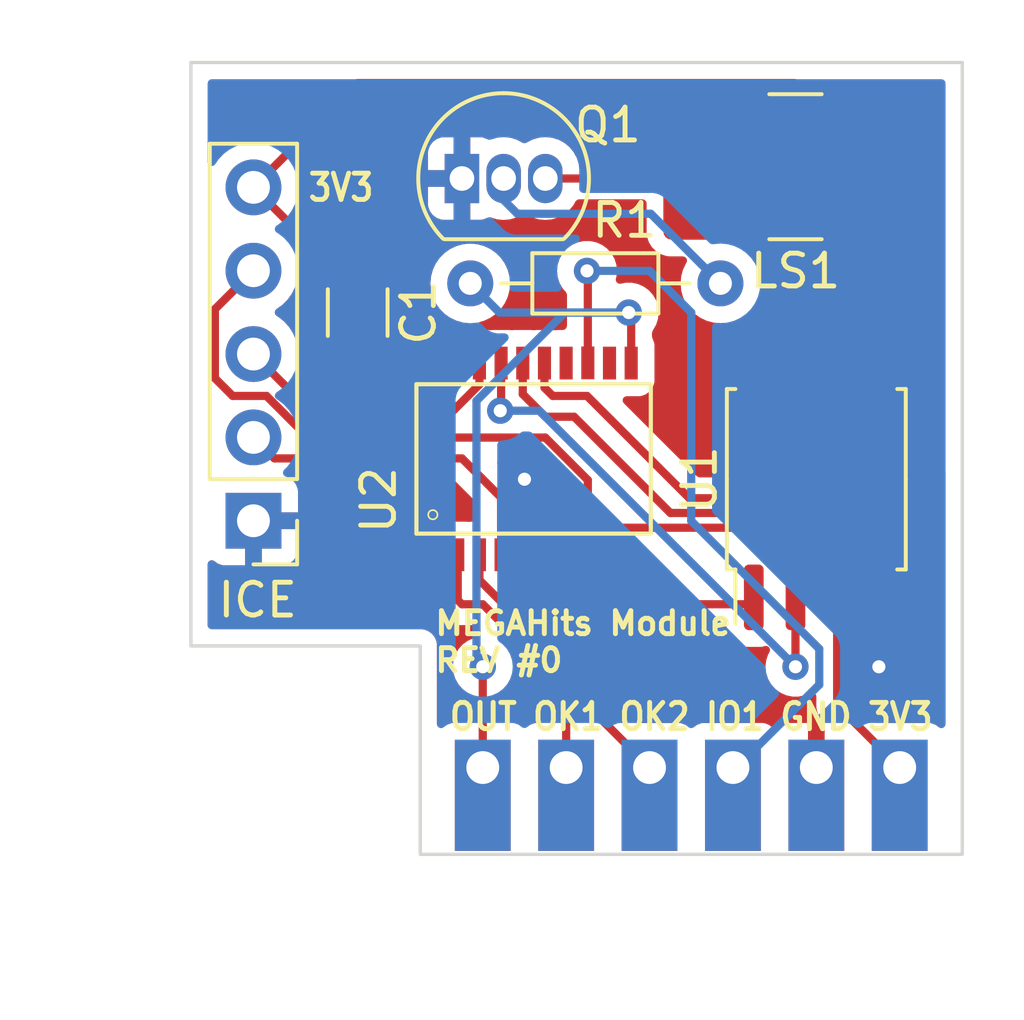
<source format=kicad_pcb>
(kicad_pcb (version 20211014) (generator pcbnew)
  (layers (0 "F.Cu" signal) (31 "B.Cu" signal) (34 "B.Paste" user) (35 "F.Paste" user) (36 "B.SilkS" user "B.Silkscreen") (37 "F.SilkS" user "F.Silkscreen") (38 "B.Mask" user) (39 "F.Mask" user) (44 "Edge.Cuts" user))
  (net 0 "")
  (net 1 "GND")
  (net 2 "nRST")
  (net 3 "ICE_CLK")
  (net 4 "ICE_DAT")
  (net 5 "+3V3")
  (net 6 "IO1")
  (net 7 "OKY1")
  (net 8 "OKY2")
  (net 9 "OUT")
  (net 10 "TOUT")
  (net 11 "SS")
  (net 12 "MISO")
  (net 13 "MOSI")
  (net 14 "SCK")
  (net 22 "Net-(Q1-Pad2)")
  (footprint "hitsmodule:TSSOP20" (layer "F.Cu") (at 148.59 88.265 90)
    (fp_text reference "U2" (at -1.27 -4.445 90) (layer "F.SilkS"))
    (fp_text value "MS51FB9AE")
    (fp_line (start -2.2922 3.8487) (end -2.2922 -3.2908) (layer "F.SilkS") (width 0.127))
    (fp_line (start 2.2602 3.8487) (end -2.2922 3.8487) (layer "F.SilkS") (width 0.127))
    (fp_line (start -2.2922 -3.2908) (end 2.2602 -3.2908) (layer "F.SilkS") (width 0.127))
    (fp_line (start 2.2602 -3.2908) (end 2.2602 3.8487) (layer "F.SilkS") (width 0.127))
    (fp_circle (center -1.716 -2.7908) (end -1.5746 -2.7908) (layer "F.SilkS") (width 0.05) (fill none))
    (pad "1" smd rect locked (at -2.937 -2.6928 90) (size 1 0.4) (layers "F.Cu" "F.Paste" "F.Mask"))
    (pad "2" smd rect locked (at -2.937 -2.0324 90) (size 1 0.4) (layers "F.Cu" "F.Paste" "F.Mask") (net 7 "OKY1"))
    (pad "3" smd rect locked (at -2.937 -1.372 90) (size 1 0.4) (layers "F.Cu" "F.Paste" "F.Mask") (net 8 "OKY2"))
    (pad "4" smd rect locked (at -2.937 -0.7116 90) (size 1 0.4) (layers "F.Cu" "F.Paste" "F.Mask") (net 2 "nRST"))
    (pad "5" smd rect locked (at -2.937 -0.0512 90) (size 1 0.4) (layers "F.Cu" "F.Paste" "F.Mask"))
    (pad "6" smd rect locked (at -2.937 0.6092 90) (size 1 0.4) (layers "F.Cu" "F.Paste" "F.Mask"))
    (pad "7" smd rect locked (at -2.937 1.2696 90) (size 1 0.4) (layers "F.Cu" "F.Paste" "F.Mask") (net 1 "GND"))
    (pad "8" smd rect locked (at -2.943 1.93 90) (size 1 0.4) (layers "F.Cu" "F.Paste" "F.Mask") (net 4 "ICE_DAT"))
    (pad "9" smd rect locked (at -2.937 2.5904 90) (size 1 0.4) (layers "F.Cu" "F.Paste" "F.Mask") (net 5 "+3V3"))
    (pad "10" smd rect locked (at -2.937 3.2508 90) (size 1 0.4) (layers "F.Cu" "F.Paste" "F.Mask") (net 11 "SS"))
    (pad "11" smd rect locked (at 2.905 3.2508 90) (size 1 0.4) (layers "F.Cu" "F.Paste" "F.Mask") (net 9 "OUT"))
    (pad "12" smd rect locked (at 2.905 2.5904 90) (size 1 0.4) (layers "F.Cu" "F.Paste" "F.Mask"))
    (pad "13" smd rect locked (at 2.911 1.93 90) (size 1 0.4) (layers "F.Cu" "F.Paste" "F.Mask") (net 6 "IO1"))
    (pad "14" smd rect locked (at 2.905 1.2696 90) (size 1 0.4) (layers "F.Cu" "F.Paste" "F.Mask"))
    (pad "15" smd rect locked (at 2.905 0.6092 90) (size 1 0.4) (layers "F.Cu" "F.Paste" "F.Mask") (net 14 "SCK"))
    (pad "16" smd rect locked (at 2.905 -0.0512 90) (size 1 0.4) (layers "F.Cu" "F.Paste" "F.Mask") (net 13 "MOSI"))
    (pad "17" smd rect locked (at 2.905 -0.7116 90) (size 1 0.4) (layers "F.Cu" "F.Paste" "F.Mask") (net 12 "MISO"))
    (pad "18" smd rect locked (at 2.905 -1.372 90) (size 1 0.4) (layers "F.Cu" "F.Paste" "F.Mask") (net 3 "ICE_CLK"))
    (pad "19" smd rect locked (at 2.905 -2.0324 90) (size 1 0.4) (layers "F.Cu" "F.Paste" "F.Mask"))
    (pad "20" smd rect locked (at 2.905 -2.6928 90) (size 1 0.4) (layers "F.Cu" "F.Paste" "F.Mask"))
  )
  (footprint "Library:PinHeader_1x06_P2.54mm_Vertical" (layer "F.Cu") (at 160.02 97.6865 -90)
    (fp_text reference "J2" hide)
    (fp_text value "Conn_01x06_Female")
    (pad "1" thru_hole rect (at 0 0 270) (size 3.39 1.7) (drill 1 (offset 0.845 0)) (layers *.Cu *.Mask) (net 5 "+3V3"))
    (pad "2" thru_hole rect (at 0 2.54 270) (size 3.39 1.7) (drill 1 (offset 0.845 0)) (layers *.Cu *.Mask) (net 1 "GND"))
    (pad "3" thru_hole rect (at 0 5.08 270) (size 3.39 1.7) (drill 1 (offset 0.845 0)) (layers *.Cu *.Mask) (net 6 "IO1"))
    (pad "4" thru_hole rect (at 0 7.62 270) (size 3.39 1.7) (drill 1 (offset 0.845 0)) (layers *.Cu *.Mask) (net 8 "OKY2"))
    (pad "5" thru_hole rect (at 0 10.16 270) (size 3.39 1.7) (drill 1 (offset 0.845 0)) (layers *.Cu *.Mask) (net 7 "OKY1"))
    (pad "6" thru_hole rect (at 0 12.7 270) (size 3.39 1.7) (drill 1 (offset 0.845 0)) (layers *.Cu *.Mask) (net 9 "OUT"))
  )
  (footprint "Resistor_THT:R_Axial_DIN0204_L3.6mm_D1.6mm_P7.62mm_Horizontal" (layer "F.Cu") (at 146.939 82.931)
    (fp_text reference "R1" (at 4.699 -1.92) (layer "F.SilkS"))
    (fp_text value "200")
    (fp_line (start 0.94 0) (end 1.89 0) (layer "F.SilkS") (width 0.12))
    (fp_line (start 1.89 0.92) (end 5.73 0.92) (layer "F.SilkS") (width 0.12))
    (fp_line (start 1.89 -0.92) (end 1.89 0.92) (layer "F.SilkS") (width 0.12))
    (fp_line (start 6.68 0) (end 5.73 0) (layer "F.SilkS") (width 0.12))
    (fp_line (start 5.73 -0.92) (end 1.89 -0.92) (layer "F.SilkS") (width 0.12))
    (fp_line (start 5.73 0.92) (end 5.73 -0.92) (layer "F.SilkS") (width 0.12))
    (pad "1" thru_hole circle (at 0 0) (size 1.4 1.4) (drill 0.7) (layers *.Cu *.Mask) (net 9 "OUT"))
    (pad "2" thru_hole oval (at 7.62 0) (size 1.4 1.4) (drill 0.7) (layers *.Cu *.Mask) (net 22 "Net-(Q1-Pad2)"))
  )
  (footprint "Package_SO:SOP-8_5.28x5.23mm_P1.27mm" (layer "F.Cu") (at 157.48 88.9 90)
    (fp_text reference "U1" (at 0 -3.56 90) (layer "F.SilkS"))
    (fp_text value "MX25R3235FM2xx0")
    (fp_line (start -2.75 -2.725) (end -2.75 -2.465) (layer "F.SilkS") (width 0.12))
    (fp_line (start -2.75 2.725) (end -2.75 2.465) (layer "F.SilkS") (width 0.12))
    (fp_line (start 2.75 2.725) (end 2.75 2.465) (layer "F.SilkS") (width 0.12))
    (fp_line (start 0 -2.725) (end 2.75 -2.725) (layer "F.SilkS") (width 0.12))
    (fp_line (start 0 -2.725) (end -2.75 -2.725) (layer "F.SilkS") (width 0.12))
    (fp_line (start 0 2.725) (end 2.75 2.725) (layer "F.SilkS") (width 0.12))
    (fp_line (start -2.75 -2.465) (end -4.4 -2.465) (layer "F.SilkS") (width 0.12))
    (fp_line (start 2.75 -2.725) (end 2.75 -2.465) (layer "F.SilkS") (width 0.12))
    (fp_line (start 0 2.725) (end -2.75 2.725) (layer "F.SilkS") (width 0.12))
    (pad "1" smd roundrect (at -3.6 -1.905 90) (size 2 0.6) (layers "F.Cu" "F.Paste" "F.Mask") (net 11 "SS"))
    (pad "2" smd roundrect (at -3.6 -0.635 90) (size 2 0.6) (layers "F.Cu" "F.Paste" "F.Mask") (net 12 "MISO"))
    (pad "3" smd roundrect (at -3.6 0.635 90) (size 2 0.6) (layers "F.Cu" "F.Paste" "F.Mask") (net 5 "+3V3"))
    (pad "4" smd roundrect (at -3.6 1.905 90) (size 2 0.6) (layers "F.Cu" "F.Paste" "F.Mask") (net 1 "GND"))
    (pad "5" smd roundrect (at 3.6 1.905 90) (size 2 0.6) (layers "F.Cu" "F.Paste" "F.Mask") (net 13 "MOSI"))
    (pad "6" smd roundrect (at 3.6 0.635 90) (size 2 0.6) (layers "F.Cu" "F.Paste" "F.Mask") (net 14 "SCK"))
    (pad "7" smd roundrect (at 3.6 -0.635 90) (size 2 0.6) (layers "F.Cu" "F.Paste" "F.Mask") (net 5 "+3V3"))
    (pad "8" smd roundrect (at 3.6 -1.905 90) (size 2 0.6) (layers "F.Cu" "F.Paste" "F.Mask") (net 5 "+3V3"))
  )
  (footprint "Capacitor_SMD:C_1206_3216Metric_Pad1.33x1.80mm_HandSolder" (layer "F.Cu") (at 143.51 83.82 -90)
    (fp_text reference "C1" (at 0 -1.85 90) (layer "F.SilkS"))
    (fp_text value "C")
    (fp_line (start -0.711252 0.91) (end 0.711252 0.91) (layer "F.SilkS") (width 0.12))
    (fp_line (start -0.711252 -0.91) (end 0.711252 -0.91) (layer "F.SilkS") (width 0.12))
    (pad "1" smd roundrect (at -1.5625 0 270) (size 1.325 1.8) (layers "F.Cu" "F.Paste" "F.Mask") (roundrect_rratio 0.1886792453) (net 5 "+3V3"))
    (pad "2" smd roundrect (at 1.5625 0 270) (size 1.325 1.8) (layers "F.Cu" "F.Paste" "F.Mask") (roundrect_rratio 0.1886792453) (net 1 "GND"))
  )
  (footprint "Connector_PinHeader_2.54mm:PinHeader_1x05_P2.54mm_Vertical" (layer "F.Cu") (at 140.335 90.165 180)
    (fp_text reference "J1" hide)
    (fp_text value "Conn_01x05_Female")
    (fp_line (start -1.33 0) (end -1.33 -1.33) (layer "F.SilkS") (width 0.12))
    (fp_line (start -1.33 1.27) (end -1.33 11.49) (layer "F.SilkS") (width 0.12))
    (fp_line (start -1.33 -1.33) (end 0 -1.33) (layer "F.SilkS") (width 0.12))
    (fp_line (start -1.33 11.49) (end 1.33 11.49) (layer "F.SilkS") (width 0.12))
    (fp_line (start -1.33 1.27) (end 1.33 1.27) (layer "F.SilkS") (width 0.12))
    (fp_line (start 1.33 1.27) (end 1.33 11.49) (layer "F.SilkS") (width 0.12))
    (pad "1" thru_hole rect (at 0 0 180) (size 1.7 1.7) (drill 1) (layers *.Cu *.Mask) (net 1 "GND"))
    (pad "2" thru_hole oval (at 0 2.54 180) (size 1.7 1.7) (drill 1) (layers *.Cu *.Mask) (net 2 "nRST"))
    (pad "3" thru_hole oval (at 0 5.08 180) (size 1.7 1.7) (drill 1) (layers *.Cu *.Mask) (net 3 "ICE_CLK"))
    (pad "4" thru_hole oval (at 0 7.62 180) (size 1.7 1.7) (drill 1) (layers *.Cu *.Mask) (net 4 "ICE_DAT"))
    (pad "5" thru_hole oval (at 0 10.16 180) (size 1.7 1.7) (drill 1) (layers *.Cu *.Mask) (net 5 "+3V3"))
  )
  (footprint "Resistor_SMD:R_2816_7142Metric" (layer "F.Cu") (at 156.845 79.375 180)
    (fp_text reference "LS1" (at 0 -3.18) (layer "F.SilkS"))
    (fp_text value "Speaker")
    (fp_line (start -0.797369 -2.21) (end 0.797369 -2.21) (layer "F.SilkS") (width 0.12))
    (fp_line (start -0.797369 2.21) (end 0.797369 2.21) (layer "F.SilkS") (width 0.12))
    (pad "1" smd roundrect (at -2.5125 0 180) (size 3.025 4.45) (layers "F.Cu" "F.Paste" "F.Mask") (roundrect_rratio 0.08264495868) (net 5 "+3V3"))
    (pad "2" smd roundrect (at 2.5125 0 180) (size 3.025 4.45) (layers "F.Cu" "F.Paste" "F.Mask") (roundrect_rratio 0.08264495868) (net 10 "TOUT"))
  )
  (footprint "Package_TO_SOT_THT:TO-92_Inline" (layer "F.Cu") (at 146.685 79.735)
    (fp_text reference "Q1" (at 4.445 -1.63) (layer "F.SilkS"))
    (fp_text value "S8050")
    (fp_line (start -0.53 1.85) (end 3.07 1.85) (layer "F.SilkS") (width 0.12))
    (fp_arc (start -0.568478 1.838478) (mid -1.132087 -0.994977) (end 1.27 -2.6) (layer "F.SilkS") (width 0.12))
    (fp_arc (start 1.27 -2.6) (mid 3.672087 -0.994977) (end 3.108478 1.838478) (layer "F.SilkS") (width 0.12))
    (pad "1" thru_hole rect (at 0 0) (size 1.05 1.5) (drill 0.75) (layers *.Cu *.Mask) (net 1 "GND"))
    (pad "2" thru_hole oval (at 1.27 0) (size 1.05 1.5) (drill 0.75) (layers *.Cu *.Mask) (net 22 "Net-(Q1-Pad2)"))
    (pad "3" thru_hole oval (at 2.54 0) (size 1.05 1.5) (drill 0.75) (layers *.Cu *.Mask) (net 10 "TOUT"))
  )
  (gr_line (start 138.43 76.2) (end 138.43 93.98) (layer "Edge.Cuts") (width 0.1))
  (gr_line (start 161.925 100.33) (end 161.925 76.2) (layer "Edge.Cuts") (width 0.1))
  (gr_line (start 161.925 76.2) (end 138.43 76.2) (layer "Edge.Cuts") (width 0.1))
  (gr_line (start 145.415 100.33) (end 161.925 100.33) (layer "Edge.Cuts") (width 0.1))
  (gr_line (start 144.78 93.98) (end 145.415 93.98) (layer "Edge.Cuts") (width 0.1))
  (gr_line (start 138.43 93.98) (end 144.78 93.98) (layer "Edge.Cuts") (width 0.1))
  (gr_line (start 145.415 100.33) (end 145.415 93.98) (layer "Edge.Cuts") (width 0.1))
  (gr_text "MEGAHits Module\nREV #0" (at 145.796 93.853) (layer "F.SilkS") (effects (font (size 0.7 0.7)) (justify left)))
  (gr_text "3V3" (at 143.002 80.01) (layer "F.SilkS") (effects (font (size 0.8 0.7))))
  (gr_text "OUT OK1 OK2 IO1 GND 3V3" (at 153.67 96.139) (layer "F.SilkS") (effects (font (size 0.8 0.7))))
  (gr_text "ICE" (at 140.462 92.583) (layer "F.SilkS") (effects (font (size 1 1))))
  (segment (start 149.8596 91.202) (end 149.8596 92.7096) (width 0.25) (layer "F.Cu") (net 1))
  (segment (start 149.8596 92.7096) (end 149.86 92.71) (width 0.25) (layer "F.Cu") (net 1))
  (segment (start 149.8596 91.202) (end 149.8596 90.1696) (width 0.25) (layer "F.Cu") (net 1))
  (via (at 148.59 88.9) (size 0.8) (drill 0.4) (layers "F.Cu" "B.Cu") (net 1))
  (via (at 159.385 94.615) (size 0.8) (drill 0.4) (layers "F.Cu" "B.Cu") (net 1))
  (segment (start 140.335 87.625) (end 140.975 88.265) (width 0.25) (layer "F.Cu") (net 2))
  (segment (start 146.685 88.265) (end 147.8784 89.4584) (width 0.25) (layer "F.Cu") (net 2))
  (segment (start 147.8784 89.4584) (end 147.8784 91.202) (width 0.25) (layer "F.Cu") (net 2))
  (segment (start 140.975 88.265) (end 146.685 88.265) (width 0.25) (layer "F.Cu") (net 2))
  (segment (start 142.24 86.995) (end 142.42548 87.18048) (width 0.25) (layer "F.Cu") (net 3))
  (segment (start 142.42548 87.18048) (end 146.05 87.18048) (width 0.25) (layer "F.Cu") (net 3))
  (segment (start 147.218 86.01248) (end 147.218 85.36) (width 0.25) (layer "F.Cu") (net 3))
  (segment (start 146.05 87.18048) (end 147.218 86.01248) (width 0.25) (layer "F.Cu") (net 3))
  (segment (start 140.335 85.085) (end 142.24 86.99) (width 0.25) (layer "F.Cu") (net 3))
  (segment (start 142.24 86.99) (end 142.24 86.995) (width 0.25) (layer "F.Cu") (net 3))
  (segment (start 140.335 82.545) (end 139.160489 83.719511) (width 0.25) (layer "F.Cu") (net 4))
  (segment (start 139.160489 83.719511) (end 139.160489 85.820489) (width 0.25) (layer "F.Cu") (net 4))
  (segment (start 150.52 88.925) (end 150.52 91.208) (width 0.25) (layer "F.Cu") (net 4))
  (segment (start 139.160489 85.820489) (end 139.7 86.36) (width 0.25) (layer "F.Cu") (net 4))
  (segment (start 142.00101 87.63) (end 149.225 87.63) (width 0.25) (layer "F.Cu") (net 4))
  (segment (start 140.73101 86.36) (end 142.00101 87.63) (width 0.25) (layer "F.Cu") (net 4))
  (segment (start 139.7 86.36) (end 140.73101 86.36) (width 0.25) (layer "F.Cu") (net 4))
  (segment (start 149.225 87.63) (end 150.52 88.925) (width 0.25) (layer "F.Cu") (net 4))
  (segment (start 143.51 82.2575) (end 142.5875 82.2575) (width 0.25) (layer "F.Cu") (net 5))
  (segment (start 158.115 90.805) (end 160.655 88.265) (width 0.25) (layer "F.Cu") (net 5))
  (segment (start 156.845 84.201) (end 156.845 85.3) (width 0.25) (layer "F.Cu") (net 5))
  (segment (start 151.1804 90.513378) (end 151.1804 91.202) (width 0.25) (layer "F.Cu") (net 5))
  (segment (start 143.51452 76.82548) (end 140.335 80.005) (width 0.25) (layer "F.Cu") (net 5))
  (segment (start 157.607 83.439) (end 156.845 84.201) (width 0.25) (layer "F.Cu") (net 5))
  (segment (start 158.115 92.5) (end 158.115 95.7815) (width 0.25) (layer "F.Cu") (net 5))
  (segment (start 158.115 92.5) (end 158.115 91.44) (width 0.25) (layer "F.Cu") (net 5))
  (segment (start 158.115 92.5) (end 158.115 90.805) (width 0.25) (layer "F.Cu") (net 5))
  (segment (start 158.115 91.44) (end 157.052489 90.377489) (width 0.25) (layer "F.Cu") (net 5))
  (segment (start 142.5875 82.2575) (end 140.335 80.005) (width 0.25) (layer "F.Cu") (net 5))
  (segment (start 156.845 85.3) (end 155.575 85.3) (width 0.25) (layer "F.Cu") (net 5))
  (segment (start 159.766 83.439) (end 157.607 83.439) (width 0.25) (layer "F.Cu") (net 5))
  (segment (start 151.316289 90.377489) (end 151.1804 90.513378) (width 0.25) (layer "F.Cu") (net 5))
  (segment (start 158.115 95.7815) (end 160.02 97.6865) (width 0.25) (layer "F.Cu") (net 5))
  (segment (start 159.766 83.439) (end 159.766 79.7835) (width 0.25) (layer "F.Cu") (net 5))
  (segment (start 160.655 84.328) (end 159.766 83.439) (width 0.25) (layer "F.Cu") (net 5))
  (segment (start 157.052489 90.377489) (end 151.316289 90.377489) (width 0.25) (layer "F.Cu") (net 5))
  (segment (start 159.3575 79.375) (end 156.80798 76.82548) (width 0.25) (layer "F.Cu") (net 5))
  (segment (start 160.655 88.265) (end 160.655 84.328) (width 0.25) (layer "F.Cu") (net 5))
  (segment (start 156.80798 76.82548) (end 143.51452 76.82548) (width 0.25) (layer "F.Cu") (net 5))
  (segment (start 159.766 79.7835) (end 159.3575 79.375) (width 0.25) (layer "F.Cu") (net 5))
  (segment (start 150.52 85.354) (end 150.52 82.575) (width 0.25) (layer "F.Cu") (net 6))
  (segment (start 150.52 82.575) (end 150.495 82.55) (width 0.25) (layer "F.Cu") (net 6))
  (via (at 150.495 82.55) (size 0.8) (drill 0.4) (layers "F.Cu" "B.Cu") (net 6))
  (segment (start 153.67 83.82) (end 153.67 90.17) (width 0.25) (layer "B.Cu") (net 6))
  (segment (start 153.67 90.17) (end 157.569511 94.069511) (width 0.25) (layer "B.Cu") (net 6))
  (segment (start 157.569511 95.160489) (end 154.94 97.79) (width 0.25) (layer "B.Cu") (net 6))
  (segment (start 152.4 82.55) (end 153.67 83.82) (width 0.25) (layer "B.Cu") (net 6))
  (segment (start 150.495 82.55) (end 152.4 82.55) (width 0.25) (layer "B.Cu") (net 6))
  (segment (start 157.569511 94.069511) (end 157.569511 95.160489) (width 0.25) (layer "B.Cu") (net 6))
  (segment (start 147.319282 92.71) (end 148.59 93.980718) (width 0.25) (layer "F.Cu") (net 7))
  (segment (start 148.59 94.615) (end 149.86 95.885) (width 0.25) (layer "F.Cu") (net 7))
  (segment (start 149.86 95.885) (end 149.86 97.6865) (width 0.25) (layer "F.Cu") (net 7))
  (segment (start 146.685 92.71) (end 147.319282 92.71) (width 0.25) (layer "F.Cu") (net 7))
  (segment (start 146.5576 91.202) (end 146.5576 92.5826) (width 0.25) (layer "F.Cu") (net 7))
  (segment (start 146.5576 92.5826) (end 146.685 92.71) (width 0.25) (layer "F.Cu") (net 7))
  (segment (start 148.59 93.980718) (end 148.59 94.615) (width 0.25) (layer "F.Cu") (net 7))
  (segment (start 149.225 94.5115) (end 152.4 97.6865) (width 0.25) (layer "F.Cu") (net 8))
  (segment (start 147.218 91.973) (end 149.225 93.98) (width 0.25) (layer "F.Cu") (net 8))
  (segment (start 149.225 93.98) (end 149.225 94.5115) (width 0.25) (layer "F.Cu") (net 8))
  (segment (start 147.218 91.202) (end 147.218 91.973) (width 0.25) (layer "F.Cu") (net 8))
  (segment (start 147.32 94.615) (end 147.32 99.06) (width 0.25) (layer "F.Cu") (net 9))
  (segment (start 151.8408 85.36) (end 151.8408 83.8958) (width 0.25) (layer "F.Cu") (net 9))
  (segment (start 151.8408 83.8958) (end 151.765 83.82) (width 0.25) (layer "F.Cu") (net 9))
  (via (at 147.32 94.615) (size 0.8) (drill 0.4) (layers "F.Cu" "B.Cu") (net 9))
  (via (at 151.765 83.82) (size 0.8) (drill 0.4) (layers "F.Cu" "B.Cu") (net 9))
  (segment (start 147.127831 94.422831) (end 147.32 94.615) (width 0.25) (layer "B.Cu") (net 9))
  (segment (start 149.819279 83.82) (end 147.828 83.82) (width 0.25) (layer "B.Cu") (net 9))
  (segment (start 149.819279 83.82) (end 147.127831 86.511448) (width 0.25) (layer "B.Cu") (net 9))
  (segment (start 151.765 83.82) (end 150.495 83.82) (width 0.25) (layer "B.Cu") (net 9))
  (segment (start 151.765 83.82) (end 149.819279 83.82) (width 0.25) (layer "B.Cu") (net 9))
  (segment (start 147.127831 86.511448) (end 147.127831 94.422831) (width 0.25) (layer "B.Cu") (net 9))
  (segment (start 147.828 83.82) (end 146.939 82.931) (width 0.25) (layer "B.Cu") (net 9))
  (segment (start 150.495 83.82) (end 149.91 83.82) (width 0.25) (layer "B.Cu") (net 9))
  (segment (start 153.9725 79.735) (end 154.3325 79.375) (width 0.25) (layer "F.Cu") (net 10))
  (segment (start 149.225 79.735) (end 153.9725 79.735) (width 0.25) (layer "F.Cu") (net 10))
  (segment (start 153.67 92.71) (end 155.365 92.71) (width 0.25) (layer "F.Cu") (net 11))
  (segment (start 152.162 91.202) (end 153.67 92.71) (width 0.25) (layer "F.Cu") (net 11))
  (segment (start 151.8408 91.202) (end 152.162 91.202) (width 0.25) (layer "F.Cu") (net 11))
  (segment (start 155.365 92.71) (end 155.575 92.5) (width 0.25) (layer "F.Cu") (net 11))
  (segment (start 156.845 94.615) (end 156.845 92.5) (width 0.25) (layer "F.Cu") (net 12))
  (segment (start 147.8784 85.36) (end 147.8784 86.785493) (width 0.25) (layer "F.Cu") (net 12))
  (segment (start 147.8784 86.785493) (end 147.852342 86.811551) (width 0.25) (layer "F.Cu") (net 12))
  (via (at 156.845 94.615) (size 0.8) (drill 0.4) (layers "F.Cu" "B.Cu") (net 12))
  (via (at 147.852342 86.811551) (size 0.8) (drill 0.4) (layers "F.Cu" "B.Cu") (net 12))
  (segment (start 147.852342 86.811551) (end 149.041551 86.811551) (width 0.25) (layer "B.Cu") (net 12))
  (segment (start 149.041551 86.811551) (end 156.845 94.615) (width 0.25) (layer "B.Cu") (net 12))
  (segment (start 159.385 85.3) (end 159.385 86.741) (width 0.25) (layer "F.Cu") (net 13))
  (segment (start 149.225 86.995) (end 148.5388 86.3088) (width 0.25) (layer "F.Cu") (net 13))
  (segment (start 156.198031 89.927969) (end 153.035 89.927969) (width 0.25) (layer "F.Cu") (net 13))
  (segment (start 153.035 89.927969) (end 150.102031 86.995) (width 0.25) (layer "F.Cu") (net 13))
  (segment (start 150.102031 86.995) (end 149.225 86.995) (width 0.25) (layer "F.Cu") (net 13))
  (segment (start 148.5388 86.3088) (end 148.5388 85.36) (width 0.25) (layer "F.Cu") (net 13))
  (segment (start 159.385 86.741) (end 156.198031 89.927969) (width 0.25) (layer "F.Cu") (net 13))
  (segment (start 149.1992 85.36) (end 149.1992 86.11) (width 0.25) (layer "F.Cu") (net 14))
  (segment (start 155.885551 89.478449) (end 158.115 87.249) (width 0.25) (layer "F.Cu") (net 14))
  (segment (start 150.495 86.36) (end 153.613449 89.478449) (width 0.25) (layer "F.Cu") (net 14))
  (segment (start 149.1992 86.11) (end 149.4492 86.36) (width 0.25) (layer "F.Cu") (net 14))
  (segment (start 153.613449 89.478449) (end 155.885551 89.478449) (width 0.25) (layer "F.Cu") (net 14))
  (segment (start 158.115 87.249) (end 158.115 85.3) (width 0.25) (layer "F.Cu") (net 14))
  (segment (start 149.4492 86.36) (end 150.495 86.36) (width 0.25) (layer "F.Cu") (net 14))
  (segment (start 152.43752 80.80952) (end 148.37352 80.80952) (width 0.25) (layer "B.Cu") (net 22))
  (segment (start 154.559 82.931) (end 152.43752 80.80952) (width 0.25) (layer "B.Cu") (net 22))
  (segment (start 147.955 80.391) (end 147.955 79.735) (width 0.25) (layer "B.Cu") (net 22))
  (segment (start 148.37352 80.80952) (end 147.955 80.391) (width 0.25) (layer "B.Cu") (net 22))
  (zone (net 1) (net_name "GND") (layer "F.Cu") (connect_pads (clearance 0.508)) (min_thickness 0.254) (fill yes (thermal_gap 0.508) (thermal_bridge_width 0.508))
    (polygon (pts (xy 163.195 102.87) (xy 137.16 102.87) (xy 137.16 74.93) (xy 163.195 74.93)))
  )
  (zone (net 1) (net_name "GND") (layer "B.Cu") (connect_pads (clearance 0.508)) (min_thickness 0.254) (fill yes (thermal_gap 0.508) (thermal_bridge_width 0.508))
    (polygon (pts (xy 163.83 103.505) (xy 136.525 103.505) (xy 136.525 74.295) (xy 163.83 74.295)))
  )
)
</source>
